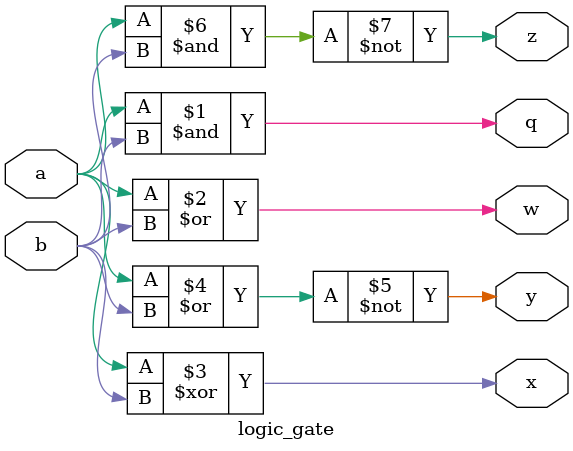
<source format=v>
module logic_gate (a, b, q, w, x, y, z);

input  a, b;

output q, w, x, y, z;

wire q, w, x, y, z;

assign q = a & b;

assign w = a | b;

assign x = a ^ b;

assign y = ~(a | b);

assign z = ~(a & b);

endmodule


</source>
